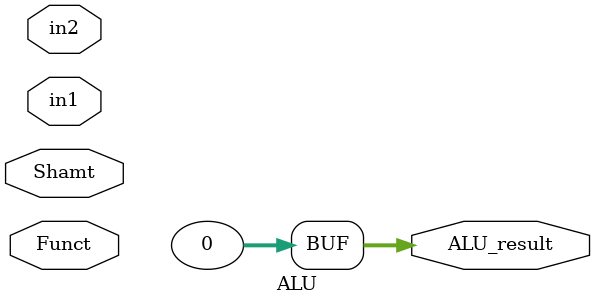
<source format=v>
module ALU(
    output reg [31:0] ALU_result,
    input wire [31:0] in1,
    input wire [31:0] in2,
    input wire [4:0] Shamt,
    input wire [5:0] Funct
);
    assign ALU_result = 32'b0;
    always @(*) begin
        case(Funct)
            6'b001001: ALU_result = in1 + in2;
            6'b001010: ALU_result = in1 - in2;
            6'b100001: ALU_result = in1 << Shamt;
            6'b100101: ALU_result = in1 | in2;
            default: ALU_result = 32'b0;
        endcase
    end
endmodule

</source>
